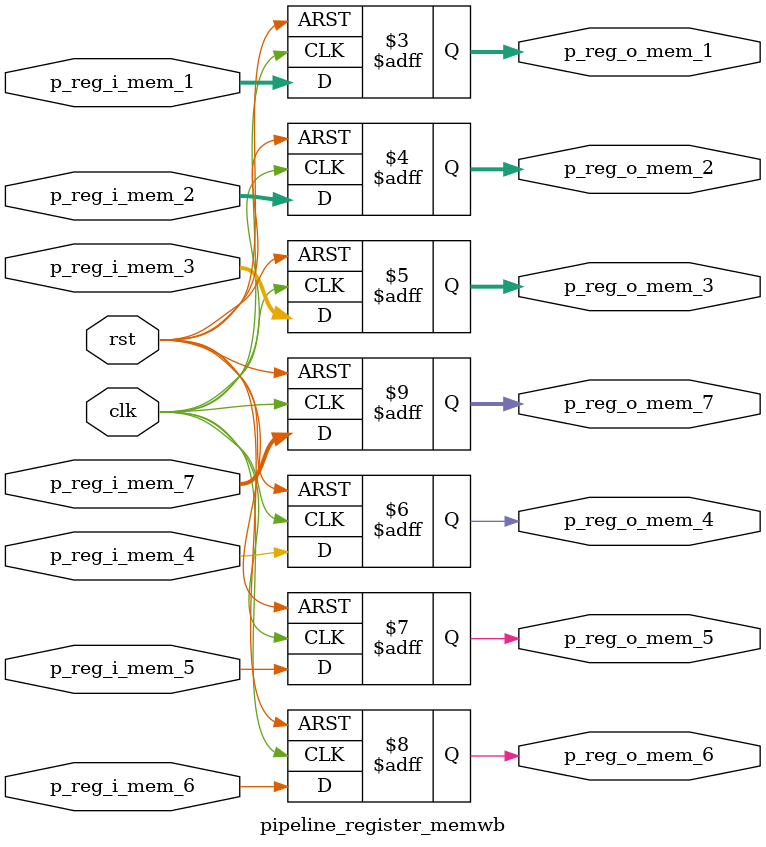
<source format=v>
module pipeline_register_memwb(
    input clk,
    input rst,
    input [31:0] p_reg_i_mem_1, //read data
    input [31:0] p_reg_i_mem_2, //alu output
    input [4:0] p_reg_i_mem_3, //inst[11:7] aka write register
    input p_reg_i_mem_4, //regwrite
    input p_reg_i_mem_5, //memtoreg
    input p_reg_i_mem_6, //jal_con
    input [31:0] p_reg_i_mem_7, //pc+4
    output reg [31:0] p_reg_o_mem_1,
    output reg [31:0] p_reg_o_mem_2,
    output reg [4:0] p_reg_o_mem_3,
    output reg p_reg_o_mem_4, 
    output reg p_reg_o_mem_5, 
    output reg p_reg_o_mem_6,
    output reg [31:0] p_reg_o_mem_7 //pc+4
);

    always @ (posedge clk, negedge rst) begin
        if (rst == 1'b0)begin
            p_reg_o_mem_1 <= 32'h0;
            p_reg_o_mem_2 <= 32'h0;
            p_reg_o_mem_3 <= 5'b00000;
            p_reg_o_mem_4 <= 1'b0;
            p_reg_o_mem_5 <= 1'b0;
            p_reg_o_mem_6 <= 1'b0;
            p_reg_o_mem_7 <= 32'h0;
        end
        else begin
            p_reg_o_mem_1 <= p_reg_i_mem_1;
            p_reg_o_mem_2 <= p_reg_i_mem_2;
            p_reg_o_mem_3 <= p_reg_i_mem_3;
            p_reg_o_mem_4 <= p_reg_i_mem_4;
            p_reg_o_mem_5 <= p_reg_i_mem_5;
            p_reg_o_mem_6 <= p_reg_i_mem_6;
            p_reg_o_mem_7 <= p_reg_i_mem_7;
        end
    end

endmodule

</source>
